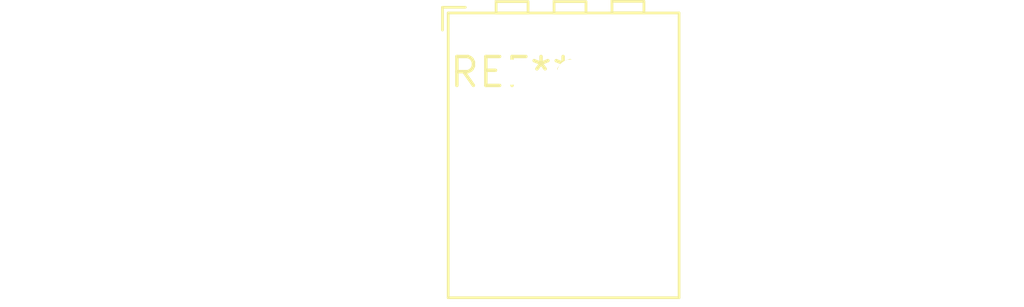
<source format=kicad_pcb>
(kicad_pcb (version 20240108) (generator pcbnew)
  (layers (0 "F.Cu" signal) (31 "B.Cu" signal) (34 "B.Paste" user) (35 "F.Paste" user) (36 "B.SilkS" user "B.Silkscreen") (37 "F.SilkS" user "F.Silkscreen") (38 "B.Mask" user) (39 "F.Mask" user) (44 "Edge.Cuts" user))
  (net 0 "")
  (footprint "TerminalBlock_WAGO_233-503_2x03_P2.54mm" (layer "F.Cu") (at 0 0)
    (property "Reference" "REF**")
    (property "Value" "TerminalBlock_WAGO_233-503_2x03_P2.54mm")
    (fp_line (start -3.05 -2.85) (end -3.05 -1.85) (layer "F.SilkS") (stroke (width 0.12)))
    (fp_line (start -3.05 -2.85) (end -2.05 -2.85) (layer "F.SilkS") (stroke (width 0.12)))
    (fp_line (start -2.8 -2.6) (end 7.32 -2.6) (layer "F.SilkS") (stroke (width 0.12)))
    (fp_line (start -2.8 9.9) (end -2.8 -2.6) (layer "F.SilkS") (stroke (width 0.12)))
    (fp_line (start 7.32 9.9) (end -2.8 9.9) (layer "F.SilkS") (stroke (width 0.12)))
    (fp_line (start 7.32 9.9) (end 7.32 -2.6) (layer "F.SilkS") (stroke (width 0.12)))
    (fp_rect (start -0.7 -3.1) (end 0.7 -2.6) (layer "F.SilkS") (stroke (width 0.12)) (fill none))
    (fp_rect (start 1.84 -3.1) (end 3.24 -2.6) (layer "F.SilkS") (stroke (width 0.12)) (fill none))
    (fp_rect (start 4.38 -3.11) (end 5.78 -2.61) (layer "F.SilkS") (stroke (width 0.12)) (fill none))
    (pad "1" thru_hole roundrect (at 0 0) (size 1.8 3.2) (drill 1.1) (layers *.Cu *.Mask) (remove_unused_layers) (roundrect_rratio 0.1388888889))
    (pad "1" thru_hole roundrect (at 0 5) (size 1.8 3.2) (drill 1.1) (layers *.Cu *.Mask) (remove_unused_layers) (roundrect_rratio 0.1388888889))
    (pad "2" thru_hole oval (at 2.54 0) (size 1.8 3.2) (drill 1.1) (layers *.Cu *.Mask) (remove_unused_layers))
    (pad "2" thru_hole oval (at 2.54 5) (size 1.8 3.2) (drill 1.1) (layers *.Cu *.Mask) (remove_unused_layers))
    (pad "3" thru_hole oval (at 5.08 0) (size 1.8 3.2) (drill 1.1) (layers *.Cu *.Mask) (remove_unused_layers))
    (pad "3" thru_hole oval (at 5.08 5) (size 1.8 3.2) (drill 1.1) (layers *.Cu *.Mask) (remove_unused_layers))
  )
)
</source>
